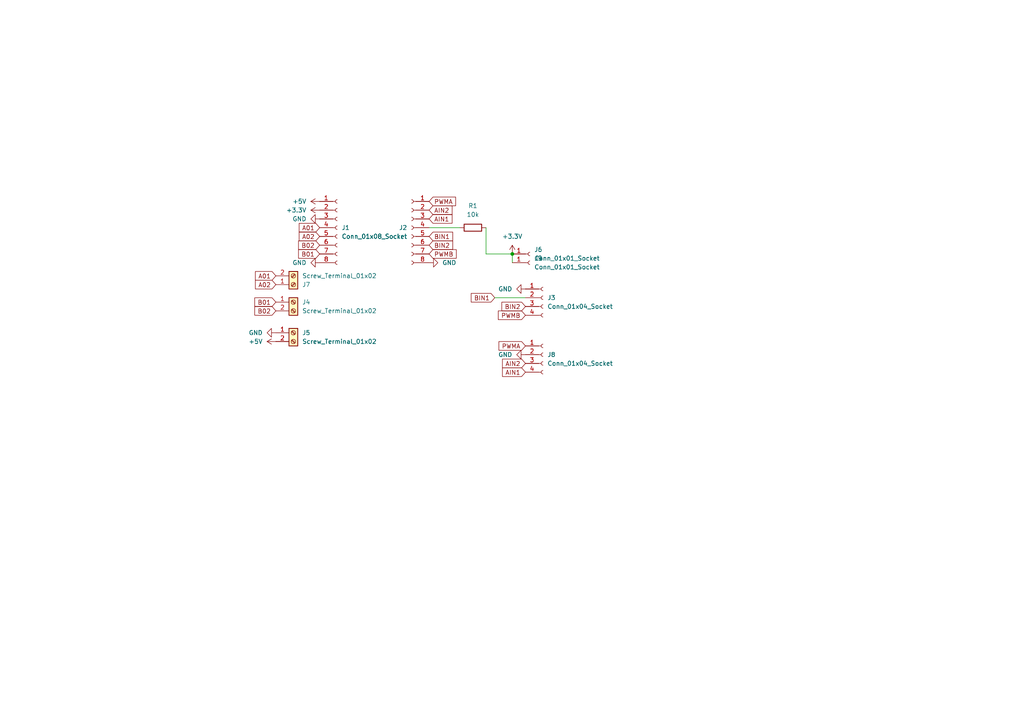
<source format=kicad_sch>
(kicad_sch (version 20231120) (generator "eeschema") (generator_version "8.0")
  (paper "A4")
  (lib_symbols
    (symbol "Connector:Conn_01x01_Socket" (pin_names (offset 1.016) hide)
      (property "Reference" "J" (at 0 2.54 0))
      (property "Value" "Conn_01x01_Socket" (at 0 -2.54 0))
      (symbol "Conn_01x01_Socket_1_1"
        (polyline (pts (xy -1.27 0) (xy -0.508 0)) (stroke (width 0.1524)))
        (arc (start 0 0.508) (mid -0.5058 0) (end 0 -0.508) (stroke (width 0.1524)))
        (pin passive line (at -5.08 0 0) (length 3.81) (name "Pin_1") (number "1"))
      )
    )
    (symbol "Connector:Conn_01x04_Socket" (pin_names (offset 1.016) hide)
      (property "Reference" "J" (at 0 5.08 0))
      (property "Value" "Conn_01x04_Socket" (at 0 -7.62 0))
      (symbol "Conn_01x04_Socket_1_1"
        (arc (start 0 -4.572) (mid -0.5058 -5.08) (end 0 -5.588) (stroke (width 0.1524)))
        (arc (start 0 -2.032) (mid -0.5058 -2.54) (end 0 -3.048) (stroke (width 0.1524)))
        (polyline (pts (xy -1.27 -5.08) (xy -0.508 -5.08)) (stroke (width 0.1524)))
        (polyline (pts (xy -1.27 -2.54) (xy -0.508 -2.54)) (stroke (width 0.1524)))
        (polyline (pts (xy -1.27 0) (xy -0.508 0)) (stroke (width 0.1524)))
        (polyline (pts (xy -1.27 2.54) (xy -0.508 2.54)) (stroke (width 0.1524)))
        (arc (start 0 0.508) (mid -0.5058 0) (end 0 -0.508) (stroke (width 0.1524)))
        (arc (start 0 3.048) (mid -0.5058 2.54) (end 0 2.032) (stroke (width 0.1524)))
        (pin passive line (at -5.08 2.54 0) (length 3.81) (name "Pin_1") (number "1"))
        (pin passive line (at -5.08 0 0) (length 3.81) (name "Pin_2") (number "2"))
        (pin passive line (at -5.08 -2.54 0) (length 3.81) (name "Pin_3") (number "3"))
        (pin passive line (at -5.08 -5.08 0) (length 3.81) (name "Pin_4") (number "4"))
      )
    )
    (symbol "Connector:Conn_01x08_Socket" (pin_names (offset 1.016) hide)
      (property "Reference" "J" (at 0 10.16 0))
      (property "Value" "Conn_01x08_Socket" (at 0 -12.7 0))
      (symbol "Conn_01x08_Socket_1_1"
        (arc (start 0 -9.652) (mid -0.5058 -10.16) (end 0 -10.668) (stroke (width 0.1524)))
        (arc (start 0 -7.112) (mid -0.5058 -7.62) (end 0 -8.128) (stroke (width 0.1524)))
        (arc (start 0 -4.572) (mid -0.5058 -5.08) (end 0 -5.588) (stroke (width 0.1524)))
        (arc (start 0 -2.032) (mid -0.5058 -2.54) (end 0 -3.048) (stroke (width 0.1524)))
        (polyline (pts (xy -1.27 -10.16) (xy -0.508 -10.16)) (stroke (width 0.1524)))
        (polyline (pts (xy -1.27 -7.62) (xy -0.508 -7.62)) (stroke (width 0.1524)))
        (polyline (pts (xy -1.27 -5.08) (xy -0.508 -5.08)) (stroke (width 0.1524)))
        (polyline (pts (xy -1.27 -2.54) (xy -0.508 -2.54)) (stroke (width 0.1524)))
        (polyline (pts (xy -1.27 0) (xy -0.508 0)) (stroke (width 0.1524)))
        (polyline (pts (xy -1.27 2.54) (xy -0.508 2.54)) (stroke (width 0.1524)))
        (polyline (pts (xy -1.27 5.08) (xy -0.508 5.08)) (stroke (width 0.1524)))
        (polyline (pts (xy -1.27 7.62) (xy -0.508 7.62)) (stroke (width 0.1524)))
        (arc (start 0 0.508) (mid -0.5058 0) (end 0 -0.508) (stroke (width 0.1524)))
        (arc (start 0 3.048) (mid -0.5058 2.54) (end 0 2.032) (stroke (width 0.1524)))
        (arc (start 0 5.588) (mid -0.5058 5.08) (end 0 4.572) (stroke (width 0.1524)))
        (arc (start 0 8.128) (mid -0.5058 7.62) (end 0 7.112) (stroke (width 0.1524)))
        (pin passive line (at -5.08 7.62 0) (length 3.81) (name "Pin_1") (number "1"))
        (pin passive line (at -5.08 5.08 0) (length 3.81) (name "Pin_2") (number "2"))
        (pin passive line (at -5.08 2.54 0) (length 3.81) (name "Pin_3") (number "3"))
        (pin passive line (at -5.08 0 0) (length 3.81) (name "Pin_4") (number "4"))
        (pin passive line (at -5.08 -2.54 0) (length 3.81) (name "Pin_5") (number "5"))
        (pin passive line (at -5.08 -5.08 0) (length 3.81) (name "Pin_6") (number "6"))
        (pin passive line (at -5.08 -7.62 0) (length 3.81) (name "Pin_7") (number "7"))
        (pin passive line (at -5.08 -10.16 0) (length 3.81) (name "Pin_8") (number "8"))
      )
    )
    (symbol "Connector:Screw_Terminal_01x02" (pin_names (offset 1.016) hide)
      (property "Reference" "J" (at 0 2.54 0))
      (property "Value" "Screw_Terminal_01x02" (at 0 -5.08 0))
      (symbol "Screw_Terminal_01x02_1_1"
        (rectangle (start -1.27 1.27) (end 1.27 -3.81) (stroke (width 0.254)) (fill (type background)))
        (circle (center 0 -2.54) (radius 0.635) (stroke (width 0.1524)))
        (polyline (pts (xy -0.5334 -2.2098) (xy 0.3302 -3.048)) (stroke (width 0.1524)))
        (polyline (pts (xy -0.5334 0.3302) (xy 0.3302 -0.508)) (stroke (width 0.1524)))
        (polyline (pts (xy -0.3556 -2.032) (xy 0.508 -2.8702)) (stroke (width 0.1524)))
        (polyline (pts (xy -0.3556 0.508) (xy 0.508 -0.3302)) (stroke (width 0.1524)))
        (circle (center 0 0) (radius 0.635) (stroke (width 0.1524)))
        (pin passive line (at -5.08 0 0) (length 3.81) (name "Pin_1") (number "1"))
        (pin passive line (at -5.08 -2.54 0) (length 3.81) (name "Pin_2") (number "2"))
      )
    )
    (symbol "Device:R" (pin_numbers hide) (pin_names (offset 0))
      (property "Reference" "R" (at 2.032 0 90))
      (property "Value" "R" (at 0 0 90))
      (symbol "R_0_1"
        (rectangle (start -1.016 -2.54) (end 1.016 2.54) (stroke (width 0.254)))
      )
      (symbol "R_1_1"
        (pin passive line (at 0 3.81 270) (length 1.27) (name "~") (number "1"))
        (pin passive line (at 0 -3.81 90) (length 1.27) (name "~") (number "2"))
      )
    )
    (symbol "power:+3.3V" (power) (pin_names (offset 0))
      (property "Value" "+3.3V" (at 0 3.556 0))
      (symbol "+3.3V_0_1"
        (polyline (pts (xy -0.762 1.27) (xy 0 2.54)))
        (polyline (pts (xy 0 0) (xy 0 2.54)))
        (polyline (pts (xy 0 2.54) (xy 0.762 1.27)))
      )
      (symbol "+3.3V_1_1"
        (pin power_in line (at 0 0 90) (length 0) hide (name "+3.3V") (number "1"))
      )
    )
    (symbol "power:+5V" (power) (pin_names (offset 0))
      (property "Value" "+5V" (at 0 3.556 0))
      (symbol "+5V_0_1"
        (polyline (pts (xy -0.762 1.27) (xy 0 2.54)))
        (polyline (pts (xy 0 0) (xy 0 2.54)))
        (polyline (pts (xy 0 2.54) (xy 0.762 1.27)))
      )
      (symbol "+5V_1_1"
        (pin power_in line (at 0 0 90) (length 0) hide (name "+5V") (number "1"))
      )
    )
    (symbol "power:GND" (power) (pin_names (offset 0))
      (property "Value" "GND" (at 0 -3.81 0))
      (symbol "GND_0_1"
        (polyline (pts (xy 0 0) (xy 0 -1.27) (xy 1.27 -1.27) (xy 0 -2.54) (xy -1.27 -1.27) (xy 0 -1.27)))
      )
      (symbol "GND_1_1"
        (pin power_in line (at 0 0 270) (length 0) hide (name "GND") (number "1"))
      )
    )
  )
  (junction (at 148.59 73.66))
  (wire (pts (xy 148.59 73.66) (xy 148.59 76.2)))
  (wire (pts (xy 140.97 73.66) (xy 148.59 73.66)))
  (wire (pts (xy 140.97 66.04) (xy 140.97 73.66)))
  (wire (pts (xy 143.51 86.36) (xy 152.4 86.36)))
  (wire (pts (xy 124.46 66.04) (xy 133.35 66.04)))
  (global_label "A01" (shape input) (at 92.71 66.04 180) (property "Intersheetrefs" "${INTERSHEET_REFS}" (effects (hide yes))))
  (global_label "PWMB" (shape input) (at 124.46 73.66 0) (property "Intersheetrefs" "${INTERSHEET_REFS}" (effects (hide yes))))
  (global_label "B01" (shape input) (at 92.71 73.66 180) (property "Intersheetrefs" "${INTERSHEET_REFS}" (effects (hide yes))))
  (global_label "PWMA" (shape input) (at 124.46 58.42 0) (property "Intersheetrefs" "${INTERSHEET_REFS}" (effects (hide yes))))
  (global_label "PWMA" (shape input) (at 152.4 100.33 180) (property "Intersheetrefs" "${INTERSHEET_REFS}" (effects (hide yes))))
  (global_label "AIN1" (shape input) (at 152.4 107.95 180) (property "Intersheetrefs" "${INTERSHEET_REFS}" (effects (hide yes))))
  (global_label "A02" (shape input) (at 80.01 82.55 180) (property "Intersheetrefs" "${INTERSHEET_REFS}" (effects (hide yes))))
  (global_label "B02" (shape input) (at 80.01 90.17 180) (property "Intersheetrefs" "${INTERSHEET_REFS}" (effects (hide yes))))
  (global_label "AIN1" (shape input) (at 124.46 63.5 0) (property "Intersheetrefs" "${INTERSHEET_REFS}" (effects (hide yes))))
  (global_label "A02" (shape input) (at 92.71 68.58 180) (property "Intersheetrefs" "${INTERSHEET_REFS}" (effects (hide yes))))
  (global_label "BIN1" (shape input) (at 143.51 86.36 180) (property "Intersheetrefs" "${INTERSHEET_REFS}" (effects (hide yes))))
  (global_label "AIN2" (shape input) (at 152.4 105.41 180) (property "Intersheetrefs" "${INTERSHEET_REFS}" (effects (hide yes))))
  (global_label "BIN1" (shape input) (at 124.46 68.58 0) (property "Intersheetrefs" "${INTERSHEET_REFS}" (effects (hide yes))))
  (global_label "BIN2" (shape input) (at 152.4 88.9 180) (property "Intersheetrefs" "${INTERSHEET_REFS}" (effects (hide yes))))
  (global_label "PWMB" (shape input) (at 152.4 91.44 180) (property "Intersheetrefs" "${INTERSHEET_REFS}" (effects (hide yes))))
  (global_label "B01" (shape input) (at 80.01 87.63 180) (property "Intersheetrefs" "${INTERSHEET_REFS}" (effects (hide yes))))
  (global_label "BIN2" (shape input) (at 124.46 71.12 0) (property "Intersheetrefs" "${INTERSHEET_REFS}" (effects (hide yes))))
  (global_label "AIN2" (shape input) (at 124.46 60.96 0) (property "Intersheetrefs" "${INTERSHEET_REFS}" (effects (hide yes))))
  (global_label "A01" (shape input) (at 80.01 80.01 180) (property "Intersheetrefs" "${INTERSHEET_REFS}" (effects (hide yes))))
  (global_label "B02" (shape input) (at 92.71 71.12 180) (property "Intersheetrefs" "${INTERSHEET_REFS}" (effects (hide yes))))
  (symbol (lib_id "Device:R") (at 137.16 66.04 90) (unit 1)
    (property "Reference" "R1" (at 137.16 59.69 90))
    (property "Value" "10k" (at 137.16 62.23 90))
    (property "Footprint" "Resistor_THT:R_Axial_DIN0207_L6.3mm_D2.5mm_P7.62mm_Horizontal" (effects (hide yes)))
  )
  (symbol (lib_id "Connector:Conn_01x01_Socket") (at 153.67 76.2 0) (unit 1)
    (property "Reference" "J9" (at 154.94 74.93 0) (effects (justify left)))
    (property "Value" "Conn_01x01_Socket" (at 154.94 77.47 0) (effects (justify left)))
    (property "Footprint" "Connector_PinSocket_2.54mm:PinSocket_1x01_P2.54mm_Vertical" (effects (hide yes)))
  )
  (symbol (lib_id "power:GND") (at 92.71 76.2 270) (unit 1)
    (property "Reference" "#PWR09" (effects (hide yes)))
    (property "Value" "GND" (at 88.9 76.2 90) (effects (justify right)))
  )
  (symbol (lib_id "Connector:Conn_01x08_Socket") (at 119.38 66.04 0) (mirror y) (unit 1)
    (property "Reference" "J2" (at 118.11 66.04 0) (effects (justify left)))
    (property "Value" "Conn_01x08_Socket" (at 118.11 68.58 0) (effects (justify left)))
    (property "Footprint" "Connector_PinSocket_2.54mm:PinSocket_1x08_P2.54mm_Vertical" (effects (hide yes)))
  )
  (symbol (lib_id "power:GND") (at 92.71 63.5 270) (unit 1)
    (property "Reference" "#PWR08" (effects (hide yes)))
    (property "Value" "GND" (at 88.9 63.5 90) (effects (justify right)))
  )
  (symbol (lib_id "power:+5V") (at 92.71 58.42 90) (unit 1)
    (property "Reference" "#PWR06" (effects (hide yes)))
    (property "Value" "+5V" (at 88.9 58.42 90) (effects (justify left)))
  )
  (symbol (lib_id "power:+3.3V") (at 92.71 60.96 90) (unit 1)
    (property "Reference" "#PWR07" (effects (hide yes)))
    (property "Value" "+3.3V" (at 88.9 60.96 90) (effects (justify left)))
  )
  (symbol (lib_id "power:GND") (at 80.01 96.52 270) (unit 1)
    (property "Reference" "#PWR03" (effects (hide yes)))
    (property "Value" "GND" (at 76.2 96.52 90) (effects (justify right)))
  )
  (symbol (lib_id "power:GND") (at 124.46 76.2 90) (unit 1)
    (property "Reference" "#PWR05" (effects (hide yes)))
    (property "Value" "GND" (at 128.27 76.2 90) (effects (justify right)))
  )
  (symbol (lib_id "Connector:Screw_Terminal_01x02") (at 85.09 82.55 0) (mirror x) (unit 1)
    (property "Reference" "J7" (at 87.63 82.55 0) (effects (justify left)))
    (property "Value" "Screw_Terminal_01x02" (at 87.63 80.01 0) (effects (justify left)))
    (property "Footprint" "RS_PRO:Steckbarer_Klemmenblock_1x02_5.08mm_horizontal" (effects (hide yes)))
  )
  (symbol (lib_id "Connector:Conn_01x01_Socket") (at 153.67 73.66 0) (unit 1)
    (property "Reference" "J6" (at 154.94 72.39 0) (effects (justify left)))
    (property "Value" "Conn_01x01_Socket" (at 154.94 74.93 0) (effects (justify left)))
    (property "Footprint" "Connector_PinSocket_2.54mm:PinSocket_1x01_P2.54mm_Vertical" (effects (hide yes)))
  )
  (symbol (lib_id "Connector:Conn_01x08_Socket") (at 97.79 66.04 0) (unit 1)
    (property "Reference" "J1" (at 99.06 66.04 0) (effects (justify left)))
    (property "Value" "Conn_01x08_Socket" (at 99.06 68.58 0) (effects (justify left)))
    (property "Footprint" "Connector_PinSocket_2.54mm:PinSocket_1x08_P2.54mm_Vertical" (effects (hide yes)))
  )
  (symbol (lib_id "Connector:Screw_Terminal_01x02") (at 85.09 87.63 0) (unit 1)
    (property "Reference" "J4" (at 87.63 87.63 0) (effects (justify left)))
    (property "Value" "Screw_Terminal_01x02" (at 87.63 90.17 0) (effects (justify left)))
    (property "Footprint" "RS_PRO:Steckbarer_Klemmenblock_1x02_5.08mm_horizontal" (effects (hide yes)))
  )
  (symbol (lib_id "Connector:Conn_01x04_Socket") (at 157.48 102.87 0) (unit 1)
    (property "Reference" "J8" (at 158.75 102.87 0) (effects (justify left)))
    (property "Value" "Conn_01x04_Socket" (at 158.75 105.41 0) (effects (justify left)))
    (property "Footprint" "Connector_PinSocket_2.54mm:PinSocket_1x04_P2.54mm_Vertical" (effects (hide yes)))
  )
  (symbol (lib_id "power:+5V") (at 80.01 99.06 90) (unit 1)
    (property "Reference" "#PWR02" (effects (hide yes)))
    (property "Value" "+5V" (at 76.2 99.06 90) (effects (justify left)))
  )
  (symbol (lib_id "power:+3.3V") (at 148.59 73.66 0) (unit 1)
    (property "Reference" "#PWR04" (effects (hide yes)))
    (property "Value" "+3.3V" (at 148.59 68.58 0))
  )
  (symbol (lib_id "power:GND") (at 152.4 83.82 270) (unit 1)
    (property "Reference" "#PWR01" (effects (hide yes)))
    (property "Value" "GND" (at 148.59 83.82 90) (effects (justify right)))
  )
  (symbol (lib_id "Connector:Screw_Terminal_01x02") (at 85.09 96.52 0) (unit 1)
    (property "Reference" "J5" (at 87.63 96.52 0) (effects (justify left)))
    (property "Value" "Screw_Terminal_01x02" (at 87.63 99.06 0) (effects (justify left)))
    (property "Footprint" "RS_PRO:Steckbarer_Klemmenblock_1x02_5.08mm_horizontal" (effects (hide yes)))
  )
  (symbol (lib_id "power:GND") (at 152.4 102.87 270) (unit 1)
    (property "Reference" "#PWR010" (effects (hide yes)))
    (property "Value" "GND" (at 148.59 102.87 90) (effects (justify right)))
  )
  (symbol (lib_id "Connector:Conn_01x04_Socket") (at 157.48 86.36 0) (unit 1)
    (property "Reference" "J3" (at 158.75 86.36 0) (effects (justify left)))
    (property "Value" "Conn_01x04_Socket" (at 158.75 88.9 0) (effects (justify left)))
    (property "Footprint" "Connector_PinSocket_2.54mm:PinSocket_1x04_P2.54mm_Vertical" (effects (hide yes)))
  )
)
</source>
